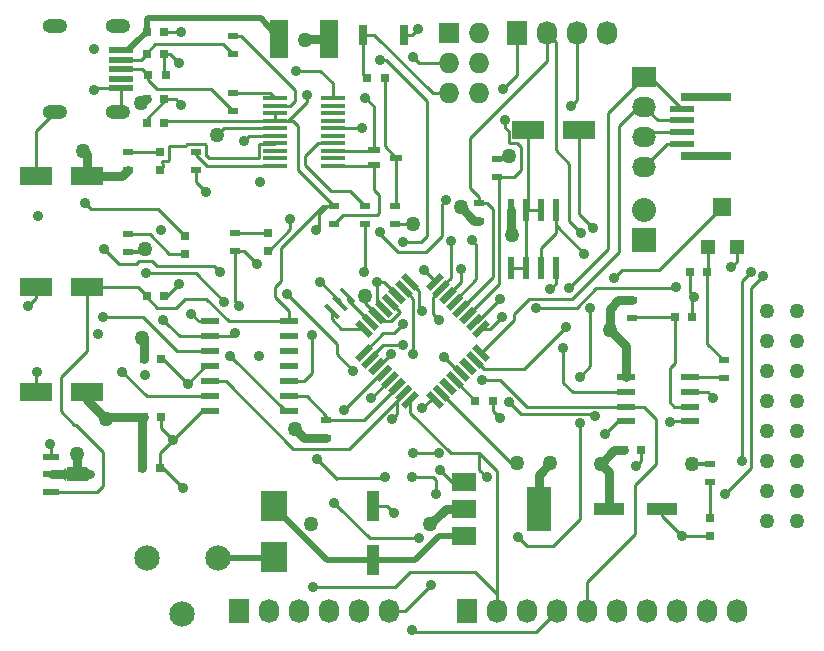
<source format=gtl>
G04 #@! TF.FileFunction,Copper,L1,Top,Signal*
%FSLAX46Y46*%
G04 Gerber Fmt 4.6, Leading zero omitted, Abs format (unit mm)*
G04 Created by KiCad (PCBNEW (2015-01-06 BZR 5261)-product) date Thursday, April 09, 2015 'PMt' 11:27:51 PM*
%MOMM*%
G01*
G04 APERTURE LIST*
%ADD10C,0.152400*%
%ADD11C,1.270000*%
%ADD12C,2.150000*%
%ADD13R,0.800000X1.700000*%
%ADD14R,0.750000X0.800000*%
%ADD15R,0.900000X0.500000*%
%ADD16R,2.032000X0.406400*%
%ADD17R,2.800000X1.600000*%
%ADD18R,1.500000X3.200000*%
%ADD19R,2.650000X1.000000*%
%ADD20R,2.000000X1.500000*%
%ADD21R,2.000000X3.800000*%
%ADD22R,1.000000X2.650000*%
%ADD23R,2.300000X2.500000*%
%ADD24R,0.800000X0.750000*%
%ADD25R,1.727200X2.032000*%
%ADD26O,1.727200X2.032000*%
%ADD27R,2.032000X1.727200*%
%ADD28O,2.032000X1.727200*%
%ADD29R,2.032000X2.032000*%
%ADD30O,2.032000X2.032000*%
%ADD31R,2.000000X0.500000*%
%ADD32O,2.100000X1.200000*%
%ADD33C,0.900000*%
%ADD34R,2.000000X0.600000*%
%ADD35R,4.200000X0.700000*%
%ADD36R,1.600000X1.500000*%
%ADD37R,1.200000X1.200000*%
%ADD38R,1.400000X0.480000*%
%ADD39R,1.550000X0.560000*%
%ADD40R,1.800000X1.200000*%
%ADD41R,1.600000X0.600000*%
%ADD42R,1.500000X0.500000*%
%ADD43R,0.570000X1.970000*%
%ADD44R,1.000760X0.599440*%
%ADD45R,1.727200X1.727200*%
%ADD46O,1.727200X1.727200*%
%ADD47C,0.889000*%
%ADD48C,0.762000*%
%ADD49C,0.355600*%
%ADD50C,0.254000*%
%ADD51C,0.508000*%
G04 APERTURE END LIST*
D10*
D11*
X195326000Y-129413000D03*
X197866000Y-129413000D03*
X195326000Y-126873000D03*
X197866000Y-126873000D03*
X195326000Y-124333000D03*
X197866000Y-124333000D03*
X195326000Y-121793000D03*
X197866000Y-121793000D03*
X195326000Y-119253000D03*
X197866000Y-119253000D03*
X195326000Y-116713000D03*
X197866000Y-116713000D03*
X195326000Y-114173000D03*
X197866000Y-114173000D03*
X195326000Y-111633000D03*
X197866000Y-111633000D03*
D12*
X142796000Y-132588000D03*
X148796000Y-132588000D03*
X145796000Y-137288000D03*
D13*
X164514000Y-88265000D03*
X161114000Y-88265000D03*
D14*
X146050000Y-106795000D03*
X146050000Y-105295000D03*
D15*
X141224000Y-105168000D03*
X141224000Y-106668000D03*
D14*
X143891000Y-98183000D03*
X143891000Y-99683000D03*
D16*
X153631900Y-96202500D03*
X153631900Y-95567500D03*
X153631900Y-94932500D03*
X153631900Y-94297500D03*
X153631900Y-93662500D03*
X153631900Y-96837500D03*
X153631900Y-97472500D03*
X153631900Y-98107500D03*
X153631900Y-98742500D03*
X153631900Y-99377500D03*
X158534100Y-99377500D03*
X158534100Y-98742500D03*
X158534100Y-98107500D03*
X158534100Y-97472500D03*
X158534100Y-96837500D03*
X158534100Y-96202500D03*
X158534100Y-95567500D03*
X158534100Y-94932500D03*
X158534100Y-94297500D03*
X158534100Y-93662500D03*
D17*
X179392000Y-96366000D03*
X175092000Y-96366000D03*
X133409000Y-118518000D03*
X137709000Y-118518000D03*
X133409000Y-109628000D03*
X137709000Y-109628000D03*
D18*
X153983000Y-88646000D03*
X158183000Y-88646000D03*
D14*
X190500000Y-129171000D03*
X190500000Y-130671000D03*
X153035000Y-105041000D03*
X153035000Y-106541000D03*
D19*
X181875000Y-128397000D03*
X186425000Y-128397000D03*
D10*
G36*
X158671381Y-110326249D02*
X159802751Y-111457619D01*
X159590619Y-111669751D01*
X158459249Y-110538381D01*
X158671381Y-110326249D01*
X158671381Y-110326249D01*
G37*
G36*
X159343132Y-109654498D02*
X160474502Y-110785868D01*
X160262370Y-110998000D01*
X159131000Y-109866630D01*
X159343132Y-109654498D01*
X159343132Y-109654498D01*
G37*
G36*
X157999630Y-110998000D02*
X159131000Y-112129370D01*
X158918868Y-112341502D01*
X157787498Y-111210132D01*
X157999630Y-110998000D01*
X157999630Y-110998000D01*
G37*
D20*
X169672000Y-126097000D03*
X169672000Y-128397000D03*
X169672000Y-130697000D03*
D21*
X175972000Y-128397000D03*
D22*
X161925000Y-132704000D03*
X161925000Y-128154000D03*
D17*
X133409000Y-100230000D03*
X137709000Y-100230000D03*
D23*
X153543000Y-132461000D03*
X153543000Y-128152000D03*
D24*
X142379000Y-124968000D03*
X143879000Y-124968000D03*
X142506000Y-120650000D03*
X144006000Y-120650000D03*
X142506000Y-115697000D03*
X144006000Y-115697000D03*
X142760000Y-110363000D03*
X144260000Y-110363000D03*
X188964000Y-112141000D03*
X187464000Y-112141000D03*
X190234000Y-108331000D03*
X188734000Y-108331000D03*
X183146000Y-123444000D03*
X184646000Y-123444000D03*
X170573000Y-119253000D03*
X172073000Y-119253000D03*
X142760000Y-88011000D03*
X144260000Y-88011000D03*
X142760000Y-89916000D03*
X144260000Y-89916000D03*
X142887000Y-91694000D03*
X144387000Y-91694000D03*
X142760000Y-93726000D03*
X144260000Y-93726000D03*
X144260000Y-95758000D03*
X142760000Y-95758000D03*
D25*
X150622000Y-137033000D03*
D26*
X153162000Y-137033000D03*
X155702000Y-137033000D03*
X158242000Y-137033000D03*
X160782000Y-137033000D03*
X163322000Y-137033000D03*
D25*
X169926000Y-137033000D03*
D26*
X172466000Y-137033000D03*
X175006000Y-137033000D03*
X177546000Y-137033000D03*
X180086000Y-137033000D03*
X182626000Y-137033000D03*
X185166000Y-137033000D03*
X187706000Y-137033000D03*
X190246000Y-137033000D03*
X192786000Y-137033000D03*
D27*
X184912000Y-91821000D03*
D28*
X184912000Y-94361000D03*
X184912000Y-96901000D03*
X184912000Y-99441000D03*
D29*
X184912000Y-105664000D03*
D30*
X184912000Y-103124000D03*
D31*
X140573000Y-91186000D03*
X140573000Y-90386000D03*
X140573000Y-89586000D03*
X140573000Y-91986000D03*
X140573000Y-92786000D03*
D32*
X140323000Y-87536000D03*
X140323000Y-94836000D03*
X135023000Y-94836000D03*
X135023000Y-87536000D03*
D33*
X138323000Y-89436000D03*
X138323000Y-92936000D03*
D34*
X188103000Y-96512000D03*
X188103000Y-97512000D03*
X188103000Y-95512000D03*
X188103000Y-94512000D03*
D35*
X190103000Y-98512000D03*
X190103000Y-93512000D03*
D15*
X172466000Y-98818000D03*
X172466000Y-100318000D03*
X183896000Y-110756000D03*
X183896000Y-112256000D03*
X191643000Y-115836000D03*
X191643000Y-117336000D03*
X157988000Y-122416000D03*
X157988000Y-120916000D03*
X190500000Y-124599000D03*
X190500000Y-126099000D03*
X150241000Y-105041000D03*
X150241000Y-106541000D03*
X150114000Y-89904000D03*
X150114000Y-88404000D03*
X150114000Y-94730000D03*
X150114000Y-93230000D03*
X146939000Y-98183000D03*
X146939000Y-99683000D03*
X158623000Y-102755000D03*
X158623000Y-104255000D03*
X161290000Y-102755000D03*
X161290000Y-104255000D03*
X163830000Y-104255000D03*
X163830000Y-102755000D03*
X141224000Y-98183000D03*
X141224000Y-99683000D03*
D36*
X191516000Y-102817000D03*
D37*
X190316000Y-106267000D03*
X192716000Y-106267000D03*
D38*
X134673340Y-123974860D03*
D39*
X134725000Y-125476000D03*
D38*
X134673340Y-126977140D03*
D40*
X136825000Y-125476000D03*
D10*
G36*
X135975000Y-126026000D02*
X135475000Y-125726000D01*
X135475000Y-125226000D01*
X135975000Y-124926000D01*
X135975000Y-126026000D01*
X135975000Y-126026000D01*
G37*
G36*
X137675000Y-124926000D02*
X138175000Y-125226000D01*
X138175000Y-125726000D01*
X137675000Y-126026000D01*
X137675000Y-124926000D01*
X137675000Y-124926000D01*
G37*
D41*
X188755000Y-117251000D03*
X183355000Y-117251000D03*
X188755000Y-118501000D03*
X188755000Y-119751000D03*
X188755000Y-121001000D03*
X183355000Y-118501000D03*
X183355000Y-119751000D03*
X183355000Y-121001000D03*
D42*
X148096000Y-112532000D03*
X148096000Y-113802000D03*
X148096000Y-115072000D03*
X148096000Y-116342000D03*
X148096000Y-117612000D03*
X148096000Y-118882000D03*
X148096000Y-120152000D03*
X154846000Y-120152000D03*
X154846000Y-118882000D03*
X154846000Y-117612000D03*
X154846000Y-116342000D03*
X154846000Y-115072000D03*
X154846000Y-113802000D03*
X154846000Y-112532000D03*
D43*
X173609000Y-103062000D03*
X174879000Y-103062000D03*
X176149000Y-103062000D03*
X177419000Y-103062000D03*
X173609000Y-108012000D03*
X174879000Y-108012000D03*
X176149000Y-108012000D03*
X177419000Y-108012000D03*
D10*
G36*
X164330555Y-108816666D02*
X164719464Y-108427757D01*
X165850835Y-109559128D01*
X165461926Y-109948037D01*
X164330555Y-108816666D01*
X164330555Y-108816666D01*
G37*
G36*
X163764870Y-109382352D02*
X164153779Y-108993443D01*
X165285150Y-110124814D01*
X164896241Y-110513723D01*
X163764870Y-109382352D01*
X163764870Y-109382352D01*
G37*
G36*
X163199184Y-109948037D02*
X163588093Y-109559128D01*
X164719464Y-110690499D01*
X164330555Y-111079408D01*
X163199184Y-109948037D01*
X163199184Y-109948037D01*
G37*
G36*
X162633499Y-110513722D02*
X163022408Y-110124813D01*
X164153779Y-111256184D01*
X163764870Y-111645093D01*
X162633499Y-110513722D01*
X162633499Y-110513722D01*
G37*
G36*
X162067813Y-111079408D02*
X162456722Y-110690499D01*
X163588093Y-111821870D01*
X163199184Y-112210779D01*
X162067813Y-111079408D01*
X162067813Y-111079408D01*
G37*
G36*
X161502128Y-111645093D02*
X161891037Y-111256184D01*
X163022408Y-112387555D01*
X162633499Y-112776464D01*
X161502128Y-111645093D01*
X161502128Y-111645093D01*
G37*
G36*
X160936443Y-112210779D02*
X161325352Y-111821870D01*
X162456723Y-112953241D01*
X162067814Y-113342150D01*
X160936443Y-112210779D01*
X160936443Y-112210779D01*
G37*
G36*
X160370757Y-112776464D02*
X160759666Y-112387555D01*
X161891037Y-113518926D01*
X161502128Y-113907835D01*
X160370757Y-112776464D01*
X160370757Y-112776464D01*
G37*
G36*
X160759666Y-115958445D02*
X160370757Y-115569536D01*
X161502128Y-114438165D01*
X161891037Y-114827074D01*
X160759666Y-115958445D01*
X160759666Y-115958445D01*
G37*
G36*
X161325352Y-116524130D02*
X160936443Y-116135221D01*
X162067814Y-115003850D01*
X162456723Y-115392759D01*
X161325352Y-116524130D01*
X161325352Y-116524130D01*
G37*
G36*
X161891037Y-117089816D02*
X161502128Y-116700907D01*
X162633499Y-115569536D01*
X163022408Y-115958445D01*
X161891037Y-117089816D01*
X161891037Y-117089816D01*
G37*
G36*
X162456722Y-117655501D02*
X162067813Y-117266592D01*
X163199184Y-116135221D01*
X163588093Y-116524130D01*
X162456722Y-117655501D01*
X162456722Y-117655501D01*
G37*
G36*
X163022408Y-118221187D02*
X162633499Y-117832278D01*
X163764870Y-116700907D01*
X164153779Y-117089816D01*
X163022408Y-118221187D01*
X163022408Y-118221187D01*
G37*
G36*
X163588093Y-118786872D02*
X163199184Y-118397963D01*
X164330555Y-117266592D01*
X164719464Y-117655501D01*
X163588093Y-118786872D01*
X163588093Y-118786872D01*
G37*
G36*
X164153779Y-119352557D02*
X163764870Y-118963648D01*
X164896241Y-117832277D01*
X165285150Y-118221186D01*
X164153779Y-119352557D01*
X164153779Y-119352557D01*
G37*
G36*
X164719464Y-119918243D02*
X164330555Y-119529334D01*
X165461926Y-118397963D01*
X165850835Y-118786872D01*
X164719464Y-119918243D01*
X164719464Y-119918243D01*
G37*
G36*
X166381165Y-118786872D02*
X166770074Y-118397963D01*
X167901445Y-119529334D01*
X167512536Y-119918243D01*
X166381165Y-118786872D01*
X166381165Y-118786872D01*
G37*
G36*
X166946850Y-118221186D02*
X167335759Y-117832277D01*
X168467130Y-118963648D01*
X168078221Y-119352557D01*
X166946850Y-118221186D01*
X166946850Y-118221186D01*
G37*
G36*
X167512536Y-117655501D02*
X167901445Y-117266592D01*
X169032816Y-118397963D01*
X168643907Y-118786872D01*
X167512536Y-117655501D01*
X167512536Y-117655501D01*
G37*
G36*
X168078221Y-117089816D02*
X168467130Y-116700907D01*
X169598501Y-117832278D01*
X169209592Y-118221187D01*
X168078221Y-117089816D01*
X168078221Y-117089816D01*
G37*
G36*
X168643907Y-116524130D02*
X169032816Y-116135221D01*
X170164187Y-117266592D01*
X169775278Y-117655501D01*
X168643907Y-116524130D01*
X168643907Y-116524130D01*
G37*
G36*
X169209592Y-115958445D02*
X169598501Y-115569536D01*
X170729872Y-116700907D01*
X170340963Y-117089816D01*
X169209592Y-115958445D01*
X169209592Y-115958445D01*
G37*
G36*
X169775277Y-115392759D02*
X170164186Y-115003850D01*
X171295557Y-116135221D01*
X170906648Y-116524130D01*
X169775277Y-115392759D01*
X169775277Y-115392759D01*
G37*
G36*
X170340963Y-114827074D02*
X170729872Y-114438165D01*
X171861243Y-115569536D01*
X171472334Y-115958445D01*
X170340963Y-114827074D01*
X170340963Y-114827074D01*
G37*
G36*
X170729872Y-113907835D02*
X170340963Y-113518926D01*
X171472334Y-112387555D01*
X171861243Y-112776464D01*
X170729872Y-113907835D01*
X170729872Y-113907835D01*
G37*
G36*
X170164186Y-113342150D02*
X169775277Y-112953241D01*
X170906648Y-111821870D01*
X171295557Y-112210779D01*
X170164186Y-113342150D01*
X170164186Y-113342150D01*
G37*
G36*
X169598501Y-112776464D02*
X169209592Y-112387555D01*
X170340963Y-111256184D01*
X170729872Y-111645093D01*
X169598501Y-112776464D01*
X169598501Y-112776464D01*
G37*
G36*
X169032816Y-112210779D02*
X168643907Y-111821870D01*
X169775278Y-110690499D01*
X170164187Y-111079408D01*
X169032816Y-112210779D01*
X169032816Y-112210779D01*
G37*
G36*
X168467130Y-111645093D02*
X168078221Y-111256184D01*
X169209592Y-110124813D01*
X169598501Y-110513722D01*
X168467130Y-111645093D01*
X168467130Y-111645093D01*
G37*
G36*
X167901445Y-111079408D02*
X167512536Y-110690499D01*
X168643907Y-109559128D01*
X169032816Y-109948037D01*
X167901445Y-111079408D01*
X167901445Y-111079408D01*
G37*
G36*
X167335759Y-110513723D02*
X166946850Y-110124814D01*
X168078221Y-108993443D01*
X168467130Y-109382352D01*
X167335759Y-110513723D01*
X167335759Y-110513723D01*
G37*
G36*
X166770074Y-109948037D02*
X166381165Y-109559128D01*
X167512536Y-108427757D01*
X167901445Y-108816666D01*
X166770074Y-109948037D01*
X166770074Y-109948037D01*
G37*
D44*
X161991040Y-99329240D03*
X161991040Y-98028760D03*
X163890960Y-98679000D03*
D45*
X168402000Y-88138000D03*
D46*
X170942000Y-88138000D03*
X168402000Y-90678000D03*
X170942000Y-90678000D03*
X168402000Y-93218000D03*
X170942000Y-93218000D03*
D15*
X170942000Y-104001000D03*
X170942000Y-102501000D03*
D24*
X161429000Y-91948000D03*
X162929000Y-91948000D03*
D25*
X174117000Y-88138000D03*
D26*
X176657000Y-88138000D03*
X179197000Y-88138000D03*
X181737000Y-88138000D03*
D11*
X156718000Y-129667000D03*
X139344400Y-120802400D03*
X137414000Y-98094800D03*
X142290800Y-94030800D03*
X142392400Y-113944400D03*
X155346400Y-121666000D03*
X176936400Y-124561600D03*
X166776400Y-129692400D03*
X181203600Y-124612400D03*
X181965600Y-113233200D03*
X169367200Y-102870000D03*
X173685200Y-105257600D03*
X136855200Y-123799600D03*
X156159200Y-88696800D03*
X142646400Y-106375200D03*
X188925200Y-124612400D03*
X174091600Y-124506010D03*
X148717000Y-96774000D03*
X165354000Y-104267000D03*
X173434195Y-98506858D03*
X161243990Y-110363000D03*
D47*
X156768800Y-113690400D03*
X146558000Y-111887000D03*
X145669000Y-88011000D03*
X145542000Y-90678000D03*
X132715000Y-111252000D03*
X133477000Y-116840000D03*
X134620000Y-122936000D03*
X145034000Y-122555000D03*
X192278000Y-107950000D03*
X189103000Y-110490000D03*
X190754000Y-118999000D03*
X188112400Y-130708400D03*
X184200800Y-124815600D03*
X172669200Y-120700800D03*
X163728400Y-128778000D03*
X145491200Y-109372400D03*
X145694400Y-94183200D03*
X146253200Y-117805200D03*
X154940000Y-103835200D03*
X157480000Y-109169200D03*
X167640000Y-125120400D03*
X176936400Y-109829600D03*
X165709600Y-87782400D03*
X144018000Y-104800400D03*
X133553200Y-103632000D03*
X138633200Y-113588800D03*
X142646400Y-117094000D03*
X145846800Y-126644400D03*
X167944800Y-115570000D03*
X151003000Y-97282000D03*
X161036000Y-96139000D03*
X152273000Y-115443000D03*
X162306000Y-109220000D03*
X152400000Y-100711000D03*
X180594000Y-104648000D03*
X148971000Y-108331000D03*
X139192000Y-106426000D03*
X157226000Y-124206000D03*
X162941000Y-125730000D03*
X165227000Y-125730000D03*
X179578000Y-105029000D03*
X180340000Y-111379000D03*
X179451000Y-117221000D03*
X179451000Y-121158000D03*
X174244000Y-130810000D03*
X167259000Y-127127000D03*
X162560000Y-90424000D03*
X164465000Y-105791000D03*
X172974000Y-92837000D03*
X173098346Y-95503722D03*
X178562000Y-109728000D03*
X178308000Y-113030000D03*
X172847000Y-112141000D03*
X172720000Y-110617000D03*
X165354000Y-90170000D03*
X166116000Y-119888000D03*
X150241000Y-113538000D03*
X150622000Y-111252000D03*
X152146000Y-107696000D03*
X154686000Y-110236000D03*
X160274000Y-116713000D03*
X144145000Y-112395000D03*
X171577000Y-125730000D03*
X193167000Y-124333000D03*
X193929000Y-108331000D03*
X156845000Y-135001000D03*
X191770000Y-127127000D03*
X194945000Y-108712000D03*
X165354000Y-123698000D03*
X163576000Y-120777000D03*
X167509111Y-123701889D03*
X164465000Y-114554000D03*
X163449000Y-115316000D03*
X164465000Y-112776000D03*
X173482000Y-119380000D03*
X180721000Y-120523000D03*
X187071000Y-121031000D03*
X165354000Y-115316000D03*
X181610000Y-122047000D03*
X171196000Y-117475000D03*
X166116000Y-111633000D03*
X178054000Y-114808000D03*
X166243000Y-108204000D03*
X147828000Y-101600000D03*
X168529000Y-105727500D03*
X167513000Y-112395000D03*
X175768000Y-111379000D03*
X187579000Y-109601000D03*
X169418000Y-108077000D03*
X161163000Y-108331000D03*
X139065000Y-112141000D03*
X142748000Y-108458000D03*
X149352000Y-110871000D03*
X149860000Y-115443000D03*
X140716000Y-116840000D03*
X179832000Y-106807000D03*
X182372000Y-108839000D03*
X137541000Y-102489000D03*
X155448000Y-91313000D03*
X158635231Y-127876769D03*
X166814500Y-134874000D03*
X165862000Y-130873500D03*
X170307000Y-105664000D03*
X165227000Y-138684000D03*
X159512000Y-120015000D03*
X161798000Y-118999000D03*
X137541000Y-109601000D03*
X178663600Y-94335600D03*
X168097200Y-102260400D03*
X162509200Y-104952800D03*
X157073600Y-104800400D03*
X156337000Y-93345000D03*
X161290000Y-93599000D03*
D48*
X137709000Y-118518000D02*
X137709000Y-119167000D01*
X139496800Y-120650000D02*
X139344400Y-120802400D01*
X139344400Y-120802400D02*
X137709000Y-119167000D01*
X142506000Y-120650000D02*
X139496800Y-120650000D01*
X137709000Y-98389800D02*
X137414000Y-98094800D01*
X137709000Y-100230000D02*
X137709000Y-98389800D01*
X140677000Y-100230000D02*
X141224000Y-99683000D01*
X137709000Y-100230000D02*
X140677000Y-100230000D01*
X142595600Y-93726000D02*
X142290800Y-94030800D01*
X142760000Y-93726000D02*
X142595600Y-93726000D01*
X142506000Y-114058000D02*
X142392400Y-113944400D01*
X142506000Y-115697000D02*
X142506000Y-114058000D01*
X156096400Y-122416000D02*
X155346400Y-121666000D01*
X157988000Y-122416000D02*
X156096400Y-122416000D01*
X175972000Y-125526000D02*
X176936400Y-124561600D01*
X175972000Y-128397000D02*
X175972000Y-125526000D01*
X168071800Y-128397000D02*
X166776400Y-129692400D01*
X169672000Y-128397000D02*
X168071800Y-128397000D01*
X182372000Y-123444000D02*
X181203600Y-124612400D01*
X181875000Y-125283800D02*
X181875000Y-128397000D01*
X181875000Y-125283800D02*
X181203600Y-124612400D01*
X183146000Y-123444000D02*
X182372000Y-123444000D01*
X182664800Y-110756000D02*
X181965600Y-111455200D01*
X181965600Y-111455200D02*
X181965600Y-113233200D01*
X183355000Y-114622600D02*
X183355000Y-117251000D01*
X183355000Y-114622600D02*
X181965600Y-113233200D01*
X183896000Y-110756000D02*
X182664800Y-110756000D01*
X170498200Y-104001000D02*
X169367200Y-102870000D01*
X170942000Y-104001000D02*
X170498200Y-104001000D01*
X173609000Y-105181400D02*
X173685200Y-105257600D01*
X173609000Y-103062000D02*
X173609000Y-105181400D01*
X136825000Y-123829800D02*
X136855200Y-123799600D01*
X136825000Y-125476000D02*
X136825000Y-123829800D01*
X142379000Y-120777000D02*
X142506000Y-120650000D01*
X142379000Y-124968000D02*
X142379000Y-120777000D01*
X137925000Y-125476000D02*
X136825000Y-125476000D01*
X134725000Y-125476000D02*
X136825000Y-125476000D01*
X135725000Y-125476000D02*
X136825000Y-125476000D01*
X156210000Y-88646000D02*
X156159200Y-88696800D01*
X158183000Y-88646000D02*
X156210000Y-88646000D01*
D49*
X142353600Y-106668000D02*
X142646400Y-106375200D01*
X141224000Y-106668000D02*
X142353600Y-106668000D01*
X188938600Y-124599000D02*
X188925200Y-124612400D01*
X190500000Y-124599000D02*
X188938600Y-124599000D01*
X173620583Y-124506010D02*
X174091600Y-124506010D01*
X167706990Y-118592417D02*
X173620583Y-124506010D01*
D50*
X149288500Y-96202500D02*
X148717000Y-96774000D01*
X153631900Y-96202500D02*
X149288500Y-96202500D01*
X165342000Y-104255000D02*
X165354000Y-104267000D01*
X163830000Y-104255000D02*
X165342000Y-104255000D01*
X173123053Y-98818000D02*
X173434195Y-98506858D01*
X172466000Y-98818000D02*
X173123053Y-98818000D01*
X163393639Y-110884953D02*
X164211000Y-111702314D01*
X164211000Y-111740178D02*
X163429178Y-112522000D01*
X164211000Y-111702314D02*
X164211000Y-111740178D01*
X162767944Y-112522000D02*
X162262268Y-112016324D01*
X163429178Y-112522000D02*
X162767944Y-112522000D01*
X161243990Y-110998046D02*
X161243990Y-110363000D01*
X162262268Y-112016324D02*
X161243990Y-110998046D01*
X156047600Y-117612000D02*
X156768800Y-116890800D01*
X156768800Y-116890800D02*
X156768800Y-113690400D01*
X154846000Y-117612000D02*
X156047600Y-117612000D01*
X147203000Y-112532000D02*
X146558000Y-111887000D01*
X148096000Y-112532000D02*
X147203000Y-112532000D01*
X144260000Y-91567000D02*
X144387000Y-91694000D01*
X144260000Y-90297000D02*
X144260000Y-91567000D01*
X144260000Y-89916000D02*
X144260000Y-90297000D01*
X144260000Y-93865000D02*
X144260000Y-93726000D01*
X142760000Y-95365000D02*
X144260000Y-93865000D01*
X142760000Y-95758000D02*
X142760000Y-95365000D01*
X144260000Y-88011000D02*
X145669000Y-88011000D01*
X144780000Y-89916000D02*
X145542000Y-90678000D01*
X144260000Y-89916000D02*
X144780000Y-89916000D01*
X140573000Y-94586000D02*
X140323000Y-94836000D01*
X140573000Y-92786000D02*
X140573000Y-94586000D01*
X138473000Y-92786000D02*
X138323000Y-92936000D01*
X140573000Y-92786000D02*
X138473000Y-92786000D01*
X133409000Y-96450000D02*
X135023000Y-94836000D01*
X133409000Y-100230000D02*
X133409000Y-96450000D01*
X133409000Y-110558000D02*
X132715000Y-111252000D01*
X133409000Y-109628000D02*
X133409000Y-110558000D01*
X133409000Y-116908000D02*
X133477000Y-116840000D01*
X133409000Y-118518000D02*
X133409000Y-116908000D01*
X134673340Y-122989340D02*
X134620000Y-122936000D01*
X134673340Y-123974860D02*
X134673340Y-122989340D01*
X144006000Y-121527000D02*
X145034000Y-122555000D01*
X144006000Y-120650000D02*
X144006000Y-121527000D01*
X147437000Y-120152000D02*
X145034000Y-122555000D01*
X148096000Y-120152000D02*
X147437000Y-120152000D01*
X143879000Y-123710000D02*
X145034000Y-122555000D01*
X143879000Y-124968000D02*
X143879000Y-123710000D01*
X192716000Y-107512000D02*
X192278000Y-107950000D01*
X192716000Y-106267000D02*
X192716000Y-107512000D01*
X188964000Y-110629000D02*
X189103000Y-110490000D01*
X188734000Y-110121000D02*
X188734000Y-108331000D01*
X188734000Y-110121000D02*
X189103000Y-110490000D01*
X188964000Y-112141000D02*
X188964000Y-110629000D01*
X190256000Y-118501000D02*
X190754000Y-118999000D01*
X188755000Y-118501000D02*
X190256000Y-118501000D01*
X188149800Y-130671000D02*
X188112400Y-130708400D01*
X186425000Y-129021000D02*
X186425000Y-128397000D01*
X186425000Y-129021000D02*
X188112400Y-130708400D01*
X190500000Y-130671000D02*
X188149800Y-130671000D01*
X184646000Y-124370400D02*
X184200800Y-124815600D01*
X184646000Y-123444000D02*
X184646000Y-124370400D01*
X172073000Y-120104600D02*
X172669200Y-120700800D01*
X172073000Y-119253000D02*
X172073000Y-120104600D01*
X163104400Y-128154000D02*
X163728400Y-128778000D01*
X161925000Y-128154000D02*
X163104400Y-128154000D01*
X144500600Y-110363000D02*
X145491200Y-109372400D01*
X144260000Y-110363000D02*
X144500600Y-110363000D01*
X145237200Y-93726000D02*
X145694400Y-94183200D01*
X144260000Y-93726000D02*
X145237200Y-93726000D01*
X147716400Y-116342000D02*
X146253200Y-117805200D01*
X148096000Y-116342000D02*
X147716400Y-116342000D01*
X144145000Y-115697000D02*
X146253200Y-117805200D01*
X144006000Y-115697000D02*
X144145000Y-115697000D01*
X154940000Y-104698800D02*
X154940000Y-103835200D01*
X153097800Y-106541000D02*
X154940000Y-104698800D01*
X153035000Y-106541000D02*
X153097800Y-106541000D01*
X159131000Y-110820200D02*
X157480000Y-109169200D01*
X159131000Y-110998000D02*
X159131000Y-110820200D01*
X168616600Y-126097000D02*
X167640000Y-125120400D01*
X169672000Y-126097000D02*
X168616600Y-126097000D01*
X177419000Y-109347000D02*
X176936400Y-109829600D01*
X177419000Y-108012000D02*
X177419000Y-109347000D01*
X165227000Y-88265000D02*
X165709600Y-87782400D01*
X164514000Y-88265000D02*
X165227000Y-88265000D01*
D49*
X144170400Y-124968000D02*
X143879000Y-124968000D01*
X145846800Y-126644400D02*
X144170400Y-124968000D01*
X169270161Y-116895361D02*
X167944800Y-115570000D01*
X169404047Y-116895361D02*
X169270161Y-116895361D01*
D50*
X151447500Y-96837500D02*
X151003000Y-97282000D01*
X153631900Y-96837500D02*
X151447500Y-96837500D01*
X160972500Y-96202500D02*
X161036000Y-96139000D01*
X158534100Y-96202500D02*
X160972500Y-96202500D01*
X162860056Y-109220000D02*
X162306000Y-109220000D01*
X163959324Y-110319268D02*
X162860056Y-109220000D01*
X162827953Y-111450639D02*
X162306000Y-110928686D01*
X162306000Y-110928686D02*
X162306000Y-109848617D01*
X162306000Y-109848617D02*
X162306000Y-109220000D01*
X187464000Y-116066000D02*
X187071000Y-116459000D01*
X187071000Y-116459000D02*
X187071000Y-119380000D01*
X187071000Y-119380000D02*
X187442000Y-119751000D01*
X187442000Y-119751000D02*
X188755000Y-119751000D01*
X187464000Y-112141000D02*
X187464000Y-116066000D01*
X184011000Y-112141000D02*
X183896000Y-112256000D01*
X187464000Y-112141000D02*
X184011000Y-112141000D01*
X190316000Y-108249000D02*
X190234000Y-108331000D01*
X190316000Y-106267000D02*
X190316000Y-108249000D01*
X190234000Y-114427000D02*
X191643000Y-115836000D01*
X190234000Y-108331000D02*
X190234000Y-114427000D01*
X175092000Y-102849000D02*
X174879000Y-103062000D01*
X175092000Y-96366000D02*
X175092000Y-102849000D01*
X174879000Y-103062000D02*
X176149000Y-103062000D01*
X174879000Y-103062000D02*
X174879000Y-108012000D01*
X174879000Y-108012000D02*
X173609000Y-108012000D01*
X179392000Y-103446000D02*
X180594000Y-104648000D01*
X179392000Y-96366000D02*
X179392000Y-103446000D01*
X148971000Y-108331000D02*
X148463000Y-107823000D01*
X148463000Y-107823000D02*
X143637000Y-107823000D01*
X143637000Y-107823000D02*
X143256000Y-107442000D01*
X143256000Y-107442000D02*
X142113000Y-107442000D01*
X142113000Y-107442000D02*
X141859000Y-107696000D01*
X141859000Y-107696000D02*
X140462000Y-107696000D01*
X140462000Y-107696000D02*
X139192000Y-106426000D01*
X171589000Y-102501000D02*
X172085000Y-102997000D01*
X172085000Y-102997000D02*
X172085000Y-108769686D01*
X172085000Y-108769686D02*
X169404047Y-111450639D01*
X170942000Y-102501000D02*
X171589000Y-102501000D01*
X158813500Y-125793500D02*
X158877000Y-125857000D01*
X157226000Y-124206000D02*
X158813500Y-125793500D01*
X162877500Y-125793500D02*
X162941000Y-125730000D01*
X165227000Y-125730000D02*
X167005000Y-125730000D01*
X167005000Y-125730000D02*
X167259000Y-125984000D01*
X167259000Y-125984000D02*
X167259000Y-127127000D01*
X179578000Y-105029000D02*
X178562000Y-104013000D01*
X178562000Y-104013000D02*
X178562000Y-99187000D01*
X178562000Y-99187000D02*
X177419000Y-98044000D01*
X177419000Y-98044000D02*
X177419000Y-88900000D01*
X177419000Y-88900000D02*
X176657000Y-88138000D01*
X180340000Y-116332000D02*
X180340000Y-111379000D01*
X179451000Y-117221000D02*
X180340000Y-116332000D01*
X179451000Y-129286000D02*
X179451000Y-121158000D01*
X177165000Y-131572000D02*
X179451000Y-129286000D01*
X175006000Y-131572000D02*
X177165000Y-131572000D01*
X174244000Y-130810000D02*
X175006000Y-131572000D01*
X158813500Y-125793500D02*
X162877500Y-125793500D01*
X170942000Y-101997000D02*
X170942000Y-102501000D01*
X170180000Y-101235000D02*
X170942000Y-101997000D01*
X176657000Y-90495626D02*
X170180000Y-96972626D01*
X170180000Y-96972626D02*
X170180000Y-101235000D01*
X176657000Y-88138000D02*
X176657000Y-90495626D01*
X169969732Y-112016324D02*
X169923676Y-112016324D01*
X174053500Y-88201500D02*
X174117000Y-88138000D01*
X172593000Y-100445000D02*
X172466000Y-100318000D01*
X172593000Y-109347000D02*
X172593000Y-100445000D01*
X169969732Y-111970268D02*
X172593000Y-109347000D01*
X169969732Y-112016324D02*
X169969732Y-111970268D01*
X172974000Y-92837000D02*
X174117000Y-91694000D01*
X174117000Y-91694000D02*
X174117000Y-88138000D01*
X163068000Y-90424000D02*
X162560000Y-90424000D01*
X166497000Y-93853000D02*
X163068000Y-90424000D01*
X166497000Y-105283000D02*
X166497000Y-93853000D01*
X165989000Y-105791000D02*
X166497000Y-105283000D01*
X164465000Y-105791000D02*
X165989000Y-105791000D01*
X173098346Y-96136346D02*
X173098346Y-96132339D01*
X173412599Y-96450599D02*
X173098346Y-96136346D01*
X173098346Y-96132339D02*
X173098346Y-95503722D01*
X173412599Y-97389521D02*
X173412599Y-96450599D01*
X173468479Y-97445401D02*
X173412599Y-97389521D01*
X174153401Y-97445401D02*
X173468479Y-97445401D01*
X174498000Y-97790000D02*
X174153401Y-97445401D01*
X174498000Y-99695000D02*
X174498000Y-97790000D01*
X173875000Y-100318000D02*
X174498000Y-99695000D01*
X172466000Y-100318000D02*
X173875000Y-100318000D01*
X185412000Y-91821000D02*
X188103000Y-94512000D01*
X184912000Y-91821000D02*
X185412000Y-91821000D01*
X181864000Y-94869000D02*
X181864000Y-106426000D01*
X181864000Y-106426000D02*
X178562000Y-109728000D01*
X178308000Y-113030000D02*
X174752000Y-116586000D01*
X174752000Y-116586000D02*
X171357427Y-116586000D01*
X171357427Y-116586000D02*
X170535417Y-115763990D01*
X184912000Y-91821000D02*
X181864000Y-94869000D01*
X186063000Y-95512000D02*
X184912000Y-94361000D01*
X188103000Y-95512000D02*
X186063000Y-95512000D01*
X182753000Y-96012000D02*
X182753000Y-106680000D01*
X182753000Y-106680000D02*
X178816000Y-110617000D01*
X178816000Y-110617000D02*
X175133000Y-110617000D01*
X175133000Y-110617000D02*
X173863000Y-111887000D01*
X173863000Y-111887000D02*
X173863000Y-112436408D01*
X173863000Y-112436408D02*
X171101103Y-115198305D01*
X184404000Y-94361000D02*
X182753000Y-96012000D01*
X184912000Y-94361000D02*
X184404000Y-94361000D01*
X185301000Y-96512000D02*
X184912000Y-96901000D01*
X188103000Y-96512000D02*
X185301000Y-96512000D01*
X172847000Y-112141000D02*
X171840305Y-113147695D01*
X171840305Y-113147695D02*
X171101103Y-113147695D01*
X186841000Y-97512000D02*
X184912000Y-99441000D01*
X188103000Y-97512000D02*
X186841000Y-97512000D01*
X170754990Y-112582010D02*
X170535417Y-112582010D01*
X172720000Y-110617000D02*
X170754990Y-112582010D01*
X165862000Y-90678000D02*
X165354000Y-90170000D01*
X168402000Y-90678000D02*
X165862000Y-90678000D01*
X166845897Y-119158103D02*
X167141305Y-119158103D01*
X166116000Y-119888000D02*
X166845897Y-119158103D01*
X149977000Y-113802000D02*
X150241000Y-113538000D01*
X150622000Y-111252000D02*
X150241000Y-110871000D01*
X150241000Y-110871000D02*
X150241000Y-106541000D01*
X148096000Y-113802000D02*
X149977000Y-113802000D01*
X154686000Y-110236000D02*
X155829000Y-111379000D01*
X155829000Y-111379000D02*
X158877000Y-114427000D01*
X158877000Y-114427000D02*
X158877000Y-115316000D01*
X158877000Y-115316000D02*
X160274000Y-116713000D01*
X150241000Y-106541000D02*
X150991000Y-106541000D01*
X150991000Y-106541000D02*
X152146000Y-107696000D01*
X145552000Y-113802000D02*
X144589499Y-112839499D01*
X144589499Y-112839499D02*
X144145000Y-112395000D01*
X148096000Y-113802000D02*
X145552000Y-113802000D01*
X170942000Y-125095000D02*
X170942000Y-123698000D01*
X171577000Y-125730000D02*
X170942000Y-125095000D01*
X193167000Y-109093000D02*
X193167000Y-124333000D01*
X193929000Y-108331000D02*
X193167000Y-109093000D01*
X172466000Y-125222000D02*
X172466000Y-137033000D01*
X170942000Y-123698000D02*
X172466000Y-125222000D01*
X172466000Y-135636000D02*
X170561000Y-133731000D01*
X170561000Y-133731000D02*
X165100000Y-133731000D01*
X165100000Y-133731000D02*
X163830000Y-135001000D01*
X163830000Y-135001000D02*
X156845000Y-135001000D01*
X172466000Y-137033000D02*
X172466000Y-135636000D01*
X168529000Y-123698000D02*
X170942000Y-123698000D01*
X165090695Y-120259695D02*
X168529000Y-123698000D01*
X165090695Y-119158103D02*
X165090695Y-120259695D01*
X193929000Y-124968000D02*
X191770000Y-127127000D01*
X193929000Y-109728000D02*
X193929000Y-124968000D01*
X194945000Y-108712000D02*
X193929000Y-109728000D01*
X159893000Y-123317000D02*
X159258000Y-123317000D01*
X159258000Y-123317000D02*
X155194000Y-123317000D01*
X155194000Y-123317000D02*
X149489000Y-117612000D01*
X149489000Y-117612000D02*
X148096000Y-117612000D01*
X163957000Y-119253000D02*
X159893000Y-123317000D01*
X164525010Y-118684990D02*
X163957000Y-119253000D01*
X164525010Y-118592417D02*
X164525010Y-118684990D01*
X165357889Y-123701889D02*
X165354000Y-123698000D01*
X163576000Y-120777000D02*
X163957000Y-120396000D01*
X163957000Y-120396000D02*
X163957000Y-119253000D01*
X167509111Y-123701889D02*
X165357889Y-123701889D01*
X156347000Y-118882000D02*
X154846000Y-118882000D01*
X161151000Y-120916000D02*
X157988000Y-120916000D01*
X163959324Y-118107676D02*
X161151000Y-120916000D01*
X163959324Y-118026732D02*
X163959324Y-118107676D01*
X157988000Y-120523000D02*
X156347000Y-118882000D01*
X157988000Y-120916000D02*
X157988000Y-120523000D01*
X161696583Y-115763990D02*
X161696583Y-115671417D01*
X161696583Y-115671417D02*
X162814000Y-114554000D01*
X162814000Y-114554000D02*
X164465000Y-114554000D01*
X162262268Y-116329676D02*
X162435324Y-116329676D01*
X162435324Y-116329676D02*
X163449000Y-115316000D01*
X188755000Y-121001000D02*
X187101000Y-121001000D01*
X162791202Y-113538000D02*
X161130897Y-115198305D01*
X163703000Y-113538000D02*
X162791202Y-113538000D01*
X164465000Y-112776000D02*
X163703000Y-113538000D01*
X174498000Y-120396000D02*
X173482000Y-119380000D01*
X180594000Y-120396000D02*
X174498000Y-120396000D01*
X180721000Y-120523000D02*
X180594000Y-120396000D01*
X187101000Y-121001000D02*
X187071000Y-121031000D01*
X161130897Y-115198305D02*
X161280695Y-115198305D01*
X164525010Y-109753583D02*
X164525010Y-109788010D01*
X164525010Y-109788010D02*
X165354000Y-110617000D01*
X165354000Y-110617000D02*
X165354000Y-115316000D01*
X181610000Y-122047000D02*
X182656000Y-121001000D01*
X182656000Y-121001000D02*
X183355000Y-121001000D01*
X174996000Y-119751000D02*
X172720000Y-117475000D01*
X172720000Y-117475000D02*
X171196000Y-117475000D01*
X166116000Y-111633000D02*
X165862000Y-111379000D01*
X165862000Y-111379000D02*
X165862000Y-109959202D01*
X165862000Y-109959202D02*
X165090695Y-109187897D01*
X183355000Y-119751000D02*
X174996000Y-119751000D01*
X180086000Y-134620000D02*
X184150000Y-130556000D01*
X184150000Y-130556000D02*
X184150000Y-126365000D01*
X184150000Y-126365000D02*
X185928000Y-124587000D01*
X185928000Y-124587000D02*
X185928000Y-120777000D01*
X185928000Y-120777000D02*
X184902000Y-119751000D01*
X184902000Y-119751000D02*
X183355000Y-119751000D01*
X180086000Y-137033000D02*
X180086000Y-134620000D01*
X167141305Y-109102305D02*
X167141305Y-109187897D01*
X178826000Y-118501000D02*
X178054000Y-117729000D01*
X178054000Y-117729000D02*
X178054000Y-114808000D01*
X166243000Y-108204000D02*
X167141305Y-109102305D01*
X183355000Y-118501000D02*
X178826000Y-118501000D01*
X167706990Y-109753583D02*
X167706990Y-109661010D01*
X167706990Y-109661010D02*
X168529000Y-108839000D01*
X146939000Y-100711000D02*
X146939000Y-99683000D01*
X147828000Y-101600000D02*
X146939000Y-100711000D01*
X168529000Y-108839000D02*
X168529000Y-105727500D01*
X167005000Y-110455573D02*
X167706990Y-109753583D01*
X167005000Y-111887000D02*
X167005000Y-110455573D01*
X167513000Y-112395000D02*
X167005000Y-111887000D01*
X179197000Y-111379000D02*
X175768000Y-111379000D01*
X180848000Y-109728000D02*
X179197000Y-111379000D01*
X187452000Y-109728000D02*
X180848000Y-109728000D01*
X187579000Y-109601000D02*
X187452000Y-109728000D01*
X168272676Y-110319268D02*
X168318732Y-110319268D01*
X168318732Y-110319268D02*
X169418000Y-109220000D01*
X169418000Y-109220000D02*
X169418000Y-108077000D01*
X161163000Y-108331000D02*
X161290000Y-108204000D01*
X161290000Y-108204000D02*
X161290000Y-104255000D01*
X191558000Y-117251000D02*
X191643000Y-117336000D01*
X188755000Y-117251000D02*
X191558000Y-117251000D01*
X139693617Y-112141000D02*
X139065000Y-112141000D01*
X148096000Y-115072000D02*
X145369626Y-115072000D01*
X142438626Y-112141000D02*
X139693617Y-112141000D01*
X145369626Y-115072000D02*
X142438626Y-112141000D01*
X146939000Y-108458000D02*
X142748000Y-108458000D01*
X149352000Y-110871000D02*
X146939000Y-108458000D01*
X154569000Y-120152000D02*
X149860000Y-115443000D01*
X154846000Y-120152000D02*
X154569000Y-120152000D01*
X140716000Y-116840000D02*
X142758000Y-118882000D01*
X142758000Y-118882000D02*
X148096000Y-118882000D01*
X176149000Y-106299000D02*
X177419000Y-105029000D01*
X177419000Y-105029000D02*
X177419000Y-103062000D01*
X176149000Y-108012000D02*
X176149000Y-106299000D01*
X191516000Y-102870000D02*
X191516000Y-102817000D01*
X177419000Y-104394000D02*
X179832000Y-106807000D01*
X182372000Y-108839000D02*
X183007000Y-108204000D01*
X183007000Y-108204000D02*
X186182000Y-108204000D01*
X186182000Y-108204000D02*
X191516000Y-102870000D01*
X177419000Y-103062000D02*
X177419000Y-104394000D01*
X153543000Y-128152000D02*
X153543000Y-128252000D01*
D51*
X153543000Y-128252000D02*
X157995000Y-132704000D01*
X157995000Y-132704000D02*
X161925000Y-132704000D01*
X161925000Y-132704000D02*
X165492000Y-132704000D01*
X167499000Y-130697000D02*
X169672000Y-130697000D01*
X165492000Y-132704000D02*
X167499000Y-130697000D01*
D50*
X169520000Y-130545000D02*
X169672000Y-130697000D01*
X168838361Y-117518361D02*
X170573000Y-119253000D01*
X168838361Y-117461047D02*
X168838361Y-117518361D01*
D51*
X141185000Y-89586000D02*
X141865000Y-88906000D01*
X141865000Y-88906000D02*
X142760000Y-88011000D01*
D50*
X140573000Y-89586000D02*
X141185000Y-89586000D01*
D51*
X142760000Y-86983000D02*
X142875000Y-86868000D01*
X142760000Y-88011000D02*
X142760000Y-86983000D01*
X152459000Y-86868000D02*
X153983000Y-88646000D01*
X142875000Y-86868000D02*
X152459000Y-86868000D01*
D50*
X142290000Y-90386000D02*
X142760000Y-89916000D01*
X140573000Y-90386000D02*
X142290000Y-90386000D01*
X143510000Y-89027000D02*
X149237000Y-89027000D01*
X149237000Y-89027000D02*
X150114000Y-89904000D01*
X142760000Y-89777000D02*
X143510000Y-89027000D01*
X142760000Y-89916000D02*
X142760000Y-89777000D01*
X142379000Y-91186000D02*
X142887000Y-91694000D01*
X140573000Y-91186000D02*
X142379000Y-91186000D01*
X142887000Y-92087000D02*
X143637000Y-92837000D01*
X143637000Y-92837000D02*
X148221000Y-92837000D01*
X148221000Y-92837000D02*
X150114000Y-94730000D01*
X142887000Y-91694000D02*
X142887000Y-92087000D01*
X153416000Y-132588000D02*
X153543000Y-132461000D01*
D51*
X148796000Y-132588000D02*
X153416000Y-132588000D01*
D50*
X190500000Y-126099000D02*
X190500000Y-129171000D01*
X150241000Y-105041000D02*
X153035000Y-105041000D01*
X143014000Y-105168000D02*
X144641000Y-106795000D01*
X144641000Y-106795000D02*
X146050000Y-106795000D01*
X141224000Y-105168000D02*
X143014000Y-105168000D01*
X158534100Y-93662500D02*
X158534100Y-92367100D01*
X143752000Y-102997000D02*
X146050000Y-105295000D01*
X138049000Y-102997000D02*
X143752000Y-102997000D01*
X137541000Y-102489000D02*
X138049000Y-102997000D01*
X157480000Y-91313000D02*
X155448000Y-91313000D01*
X158534100Y-92367100D02*
X157480000Y-91313000D01*
X143891000Y-98183000D02*
X141224000Y-98183000D01*
X144138991Y-99435009D02*
X143891000Y-99683000D01*
X144570801Y-98964001D02*
X144093793Y-98964001D01*
X144093793Y-98964001D02*
X144093793Y-99143425D01*
X144647001Y-98887801D02*
X144570801Y-98964001D01*
X144647001Y-97662980D02*
X144647001Y-98887801D01*
X146107999Y-97662980D02*
X144647001Y-97662980D01*
X146184199Y-97551999D02*
X146107999Y-97628199D01*
X144138991Y-99188623D02*
X144138991Y-99435009D01*
X147693801Y-97551999D02*
X146184199Y-97551999D01*
X147770001Y-97628199D02*
X147693801Y-97551999D01*
X144093793Y-99143425D02*
X144138991Y-99188623D01*
X147770001Y-98543989D02*
X147770001Y-97628199D01*
X147904225Y-98543989D02*
X147770001Y-98543989D01*
X153581101Y-97523299D02*
X152311099Y-97523299D01*
X152311099Y-97523299D02*
X152234899Y-97599499D01*
X152234899Y-97599499D02*
X152234899Y-98679000D01*
X146107999Y-97628199D02*
X146107999Y-97662980D01*
X152234899Y-98679000D02*
X148039236Y-98679000D01*
X153631900Y-97472500D02*
X153581101Y-97523299D01*
X148039236Y-98679000D02*
X147904225Y-98543989D01*
X161631962Y-130873500D02*
X159079730Y-128321268D01*
X165862000Y-130873500D02*
X161631962Y-130873500D01*
X159079730Y-128321268D02*
X158635231Y-127876769D01*
X164655500Y-137033000D02*
X163322000Y-137033000D01*
X166814500Y-134874000D02*
X164655500Y-137033000D01*
X168838361Y-110884953D02*
X168838361Y-110815639D01*
X168838361Y-110815639D02*
X170688000Y-108966000D01*
X170688000Y-108966000D02*
X170688000Y-106045000D01*
X170688000Y-106045000D02*
X170307000Y-105664000D01*
X161114000Y-91633000D02*
X161429000Y-91948000D01*
X161114000Y-88265000D02*
X161114000Y-91633000D01*
X162052000Y-88265000D02*
X167005000Y-93218000D01*
X167005000Y-93218000D02*
X168402000Y-93218000D01*
X161114000Y-88265000D02*
X162052000Y-88265000D01*
X175768000Y-138811000D02*
X177546000Y-137033000D01*
X165354000Y-138811000D02*
X175768000Y-138811000D01*
X165227000Y-138684000D02*
X165354000Y-138811000D01*
X162827953Y-116895361D02*
X162631639Y-116895361D01*
X162631639Y-116895361D02*
X159512000Y-120015000D01*
X163393639Y-117461047D02*
X163335953Y-117461047D01*
X163335953Y-117461047D02*
X161798000Y-118999000D01*
X150761000Y-88404000D02*
X155321000Y-92964000D01*
X155321000Y-92964000D02*
X155321000Y-93853000D01*
X155321000Y-93853000D02*
X154876500Y-94297500D01*
X154876500Y-94297500D02*
X153631900Y-94297500D01*
X150114000Y-88404000D02*
X150761000Y-88404000D01*
X150114000Y-93230000D02*
X153199400Y-93230000D01*
X153199400Y-93230000D02*
X153631900Y-93662500D01*
X147885078Y-99377500D02*
X146939000Y-98431422D01*
X153631900Y-99377500D02*
X147885078Y-99377500D01*
X146939000Y-98431422D02*
X146939000Y-98183000D01*
X161942780Y-99377500D02*
X161991040Y-99329240D01*
X158534100Y-99377500D02*
X161942780Y-99377500D01*
X161991040Y-101412040D02*
X162433000Y-101854000D01*
X162433000Y-101854000D02*
X162433000Y-103378000D01*
X162433000Y-103378000D02*
X162306000Y-103505000D01*
X162306000Y-103505000D02*
X159373000Y-103505000D01*
X159373000Y-103505000D02*
X158623000Y-104255000D01*
X161991040Y-99329240D02*
X161991040Y-101412040D01*
X157289500Y-97472500D02*
X156210000Y-98552000D01*
X156210000Y-98552000D02*
X156210000Y-99314000D01*
X156210000Y-99314000D02*
X158369000Y-101473000D01*
X158369000Y-101473000D02*
X160008000Y-101473000D01*
X160008000Y-101473000D02*
X161290000Y-102755000D01*
X158534100Y-97472500D02*
X157289500Y-97472500D01*
X159802751Y-110688178D02*
X161696583Y-112582010D01*
X159802751Y-110326249D02*
X159802751Y-110688178D01*
X158459249Y-112358249D02*
X159248695Y-113147695D01*
X159248695Y-113147695D02*
X161130897Y-113147695D01*
X158459249Y-111669751D02*
X158459249Y-112358249D01*
X154178000Y-109093000D02*
X153670000Y-109601000D01*
X153670000Y-109601000D02*
X153670000Y-110490000D01*
X153670000Y-110490000D02*
X154846000Y-111666000D01*
X154846000Y-111666000D02*
X154846000Y-112532000D01*
X161912300Y-98107500D02*
X161991040Y-98028760D01*
X158534100Y-98107500D02*
X161912300Y-98107500D01*
X137568000Y-109628000D02*
X137709000Y-109628000D01*
X137541000Y-109601000D02*
X137568000Y-109628000D01*
X142025000Y-109628000D02*
X142760000Y-110363000D01*
X137709000Y-109628000D02*
X142025000Y-109628000D01*
X143637000Y-111379000D02*
X145288000Y-111379000D01*
X145288000Y-111379000D02*
X146050000Y-110617000D01*
X146050000Y-110617000D02*
X147828000Y-110617000D01*
X147828000Y-110617000D02*
X149743000Y-112532000D01*
X149743000Y-112532000D02*
X154846000Y-112532000D01*
X142760000Y-110502000D02*
X143637000Y-111379000D01*
X142760000Y-110363000D02*
X142760000Y-110502000D01*
X157722000Y-102755000D02*
X154178000Y-106299000D01*
X154178000Y-106299000D02*
X154178000Y-109093000D01*
X158001400Y-102755000D02*
X157722000Y-102755000D01*
X158623000Y-102755000D02*
X158001400Y-102755000D01*
X153631900Y-94932500D02*
X153631900Y-95567500D01*
X138579860Y-126977140D02*
X139065000Y-126492000D01*
X139065000Y-126492000D02*
X139065000Y-123571000D01*
X139065000Y-123571000D02*
X136779000Y-121285000D01*
X136779000Y-121285000D02*
X136652000Y-121285000D01*
X136652000Y-121285000D02*
X135509000Y-120142000D01*
X135509000Y-120142000D02*
X135509000Y-117221000D01*
X135509000Y-117221000D02*
X137709000Y-115021000D01*
X137709000Y-115021000D02*
X137709000Y-109628000D01*
X134673340Y-126977140D02*
X138579860Y-126977140D01*
X179197000Y-93802200D02*
X178663600Y-94335600D01*
X157073600Y-104800400D02*
X157327600Y-104546400D01*
X157327600Y-104546400D02*
X157327600Y-103428800D01*
X157327600Y-103428800D02*
X158001400Y-102755000D01*
X179197000Y-88138000D02*
X179197000Y-93802200D01*
X155130500Y-95567500D02*
X155575000Y-96012000D01*
X155575000Y-96012000D02*
X155575000Y-99707000D01*
X155575000Y-99707000D02*
X158623000Y-102755000D01*
X153631900Y-95567500D02*
X155130500Y-95567500D01*
X151828500Y-95567500D02*
X153631900Y-95567500D01*
X144450500Y-95567500D02*
X151828500Y-95567500D01*
X144260000Y-95758000D02*
X144450500Y-95567500D01*
X154749500Y-95567500D02*
X156337000Y-93980000D01*
X156337000Y-93980000D02*
X156337000Y-93345000D01*
X161290000Y-93599000D02*
X161991040Y-94300040D01*
X161991040Y-94300040D02*
X161991040Y-98028760D01*
X153631900Y-95567500D02*
X154749500Y-95567500D01*
X162509200Y-105105200D02*
X162509200Y-104952800D01*
X164033200Y-106629200D02*
X162509200Y-105105200D01*
X166420800Y-106629200D02*
X164033200Y-106629200D01*
X167767000Y-105283000D02*
X166420800Y-106629200D01*
X167767000Y-102590600D02*
X167767000Y-105283000D01*
X168097200Y-102260400D02*
X167767000Y-102590600D01*
X162929000Y-97717040D02*
X163890960Y-98679000D01*
X162929000Y-91948000D02*
X162929000Y-97717040D01*
X163890960Y-102694040D02*
X163830000Y-102755000D01*
X163890960Y-98679000D02*
X163890960Y-102694040D01*
M02*

</source>
